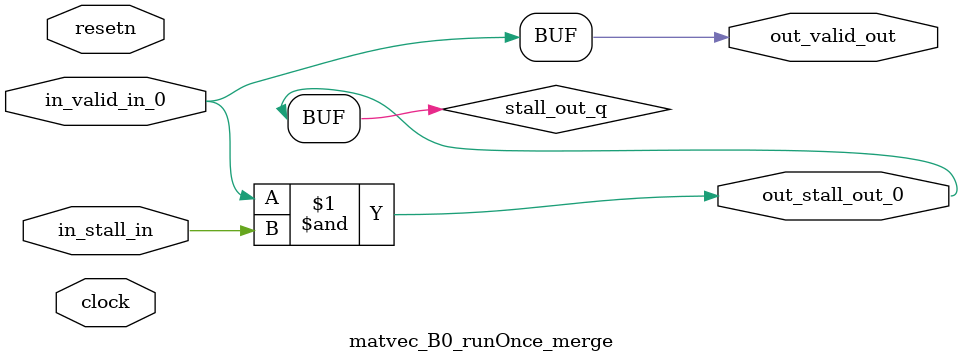
<source format=sv>



(* altera_attribute = "-name AUTO_SHIFT_REGISTER_RECOGNITION OFF; -name MESSAGE_DISABLE 10036; -name MESSAGE_DISABLE 10037; -name MESSAGE_DISABLE 14130; -name MESSAGE_DISABLE 14320; -name MESSAGE_DISABLE 15400; -name MESSAGE_DISABLE 14130; -name MESSAGE_DISABLE 10036; -name MESSAGE_DISABLE 12020; -name MESSAGE_DISABLE 12030; -name MESSAGE_DISABLE 12010; -name MESSAGE_DISABLE 12110; -name MESSAGE_DISABLE 14320; -name MESSAGE_DISABLE 13410; -name MESSAGE_DISABLE 113007; -name MESSAGE_DISABLE 10958" *)
module matvec_B0_runOnce_merge (
    input wire [0:0] in_stall_in,
    input wire [0:0] in_valid_in_0,
    output wire [0:0] out_stall_out_0,
    output wire [0:0] out_valid_out,
    input wire clock,
    input wire resetn
    );

    wire [0:0] stall_out_q;


    // stall_out(LOGICAL,6)
    assign stall_out_q = in_valid_in_0 & in_stall_in;

    // out_stall_out_0(GPOUT,4)
    assign out_stall_out_0 = stall_out_q;

    // out_valid_out(GPOUT,5)
    assign out_valid_out = in_valid_in_0;

endmodule

</source>
